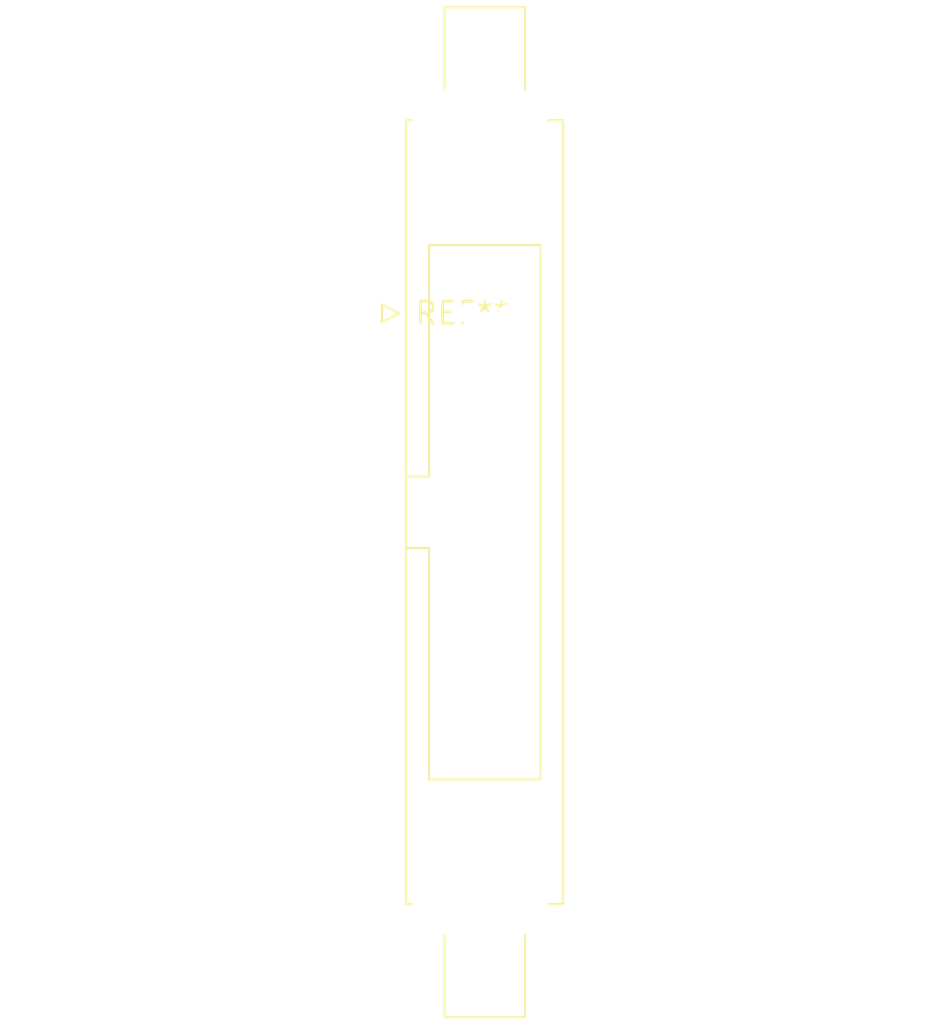
<source format=kicad_pcb>
(kicad_pcb (version 20240108) (generator pcbnew)
  (layers (0 "F.Cu" signal) (31 "B.Cu" signal) (34 "B.Paste" user) (35 "F.Paste" user) (36 "B.SilkS" user "B.Silkscreen") (37 "F.SilkS" user "F.Silkscreen") (38 "B.Mask" user) (39 "F.Mask" user) (44 "Edge.Cuts" user))
  (net 0 "")
  (footprint "IDC-Header_2x10-1MP_P2.54mm_Latch6.5mm_Vertical" (layer "F.Cu") (at 0 0)
    (property "Reference" "REF**")
    (property "Value" "IDC-Header_2x10-1MP_P2.54mm_Latch6.5mm_Vertical")
    (fp_line (start -4.63 -0.5) (end -4.63 0.5) (layer "F.SilkS") (stroke (width 0.12)))
    (fp_line (start -4.63 0.5) (end -3.63 0) (layer "F.SilkS") (stroke (width 0.12)))
    (fp_line (start -3.63 0) (end -4.63 -0.5) (layer "F.SilkS") (stroke (width 0.12)))
    (fp_line (start -3.24 -11.08) (end -3.24 33.94) (layer "F.SilkS") (stroke (width 0.12)))
    (fp_line (start -3.24 9.38) (end -1.93 9.38) (layer "F.SilkS") (stroke (width 0.12)))
    (fp_line (start -3.24 33.94) (end -2.87 33.94) (layer "F.SilkS") (stroke (width 0.12)))
    (fp_line (start -2.87 -11.08) (end -3.24 -11.08) (layer "F.SilkS") (stroke (width 0.12)))
    (fp_line (start -1.93 -3.92) (end 4.47 -3.92) (layer "F.SilkS") (stroke (width 0.12)))
    (fp_line (start -1.93 9.38) (end -1.93 -3.92) (layer "F.SilkS") (stroke (width 0.12)))
    (fp_line (start -1.93 13.48) (end -3.24 13.48) (layer "F.SilkS") (stroke (width 0.12)))
    (fp_line (start -1.93 13.48) (end -1.93 13.48) (layer "F.SilkS") (stroke (width 0.12)))
    (fp_line (start -1.93 26.78) (end -1.93 13.48) (layer "F.SilkS") (stroke (width 0.12)))
    (fp_line (start -1.04 -17.58) (end 3.58 -17.58) (layer "F.SilkS") (stroke (width 0.12)))
    (fp_line (start -1.04 -12.83) (end -1.04 -17.58) (layer "F.SilkS") (stroke (width 0.12)))
    (fp_line (start -1.04 35.69) (end -1.04 40.44) (layer "F.SilkS") (stroke (width 0.12)))
    (fp_line (start -1.04 40.44) (end 3.58 40.44) (layer "F.SilkS") (stroke (width 0.12)))
    (fp_line (start 3.58 -17.58) (end 3.58 -12.83) (layer "F.SilkS") (stroke (width 0.12)))
    (fp_line (start 3.58 40.44) (end 3.58 35.69) (layer "F.SilkS") (stroke (width 0.12)))
    (fp_line (start 4.47 -3.92) (end 4.47 26.78) (layer "F.SilkS") (stroke (width 0.12)))
    (fp_line (start 4.47 26.78) (end -1.93 26.78) (layer "F.SilkS") (stroke (width 0.12)))
    (fp_line (start 4.91 -11.08) (end 5.78 -11.08) (layer "F.SilkS") (stroke (width 0.12)))
    (fp_line (start 5.78 -11.08) (end 5.78 33.94) (layer "F.SilkS") (stroke (width 0.12)))
    (fp_line (start 5.78 33.94) (end 4.91 33.94) (layer "F.SilkS") (stroke (width 0.12)))
    (pad "1" thru_hole roundrect (at 0 0) (size 1.7 1.7) (drill 1) (layers *.Cu *.Mask) (remove_unused_layers) (roundrect_rratio 0.147059))
    (pad "2" thru_hole circle (at 2.54 0) (size 1.7 1.7) (drill 1) (layers *.Cu *.Mask) (remove_unused_layers))
    (pad "3" thru_hole circle (at 0 2.54) (size 1.7 1.7) (drill 1) (layers *.Cu *.Mask) (remove_unused_layers))
    (pad "4" thru_hole circle (at 2.54 2.54) (size 1.7 1.7) (drill 1) (layers *.Cu *.Mask) (remove_unused_layers))
    (pad "5" thru_hole circle (at 0 5.08) (size 1.7 1.7) (drill 1) (layers *.Cu *.Mask) (remove_unused_layers))
    (pad "6" thru_hole circle (at 2.54 5.08) (size 1.7 1.7) (drill 1) (layers *.Cu *.Mask) (remove_unused_layers))
    (pad "7" thru_hole circle (at 0 7.62) (size 1.7 1.7) (drill 1) (layers *.Cu *.Mask) (remove_unused_layers))
    (pad "8" thru_hole circle (at 2.54 7.62) (size 1.7 1.7) (drill 1) (layers *.Cu *.Mask) (remove_unused_layers))
    (pad "9" thru_hole circle (at 0 10.16) (size 1.7 1.7) (drill 1) (layers *.Cu *.Mask) (remove_unused_layers))
    (pad "10" thru_hole circle (at 2.54 10.16) (size 1.7 1.7) (drill 1) (layers *.Cu *.Mask) (remove_unused_layers))
    (pad "11" thru_hole circle (at 0 12.7) (size 1.7 1.7) (drill 1) (layers *.Cu *.Mask) (remove_unused_layers))
    (pad "12" thru_hole circle (at 2.54 12.7) (size 1.7 1.7) (drill 1) (layers *.Cu *.Mask) (remove_unused_layers))
    (pad "13" thru_hole circle (at 0 15.24) (size 1.7 1.7) (drill 1) (layers *.Cu *.Mask) (remove_unused_layers))
    (pad "14" thru_hole circle (at 2.54 15.24) (size 1.7 1.7) (drill 1) (layers *.Cu *.Mask) (remove_unused_layers))
    (pad "15" thru_hole circle (at 0 17.78) (size 1.7 1.7) (drill 1) (layers *.Cu *.Mask) (remove_unused_layers))
    (pad "16" thru_hole circle (at 2.54 17.78) (size 1.7 1.7) (drill 1) (layers *.Cu *.Mask) (remove_unused_layers))
    (pad "17" thru_hole circle (at 0 20.32) (size 1.7 1.7) (drill 1) (layers *.Cu *.Mask) (remove_unused_layers))
    (pad "18" thru_hole circle (at 2.54 20.32) (size 1.7 1.7) (drill 1) (layers *.Cu *.Mask) (remove_unused_layers))
    (pad "19" thru_hole circle (at 0 22.86) (size 1.7 1.7) (drill 1) (layers *.Cu *.Mask) (remove_unused_layers))
    (pad "20" thru_hole circle (at 2.54 22.86) (size 1.7 1.7) (drill 1) (layers *.Cu *.Mask) (remove_unused_layers))
    (pad "MP" thru_hole circle (at 1.02 -8.94) (size 8 8) (drill 2.69) (layers *.Cu *.Mask) (remove_unused_layers))
    (pad "MP" thru_hole circle (at 1.02 31.8) (size 8 8) (drill 2.69) (layers *.Cu *.Mask) (remove_unused_layers))
  )
)
</source>
